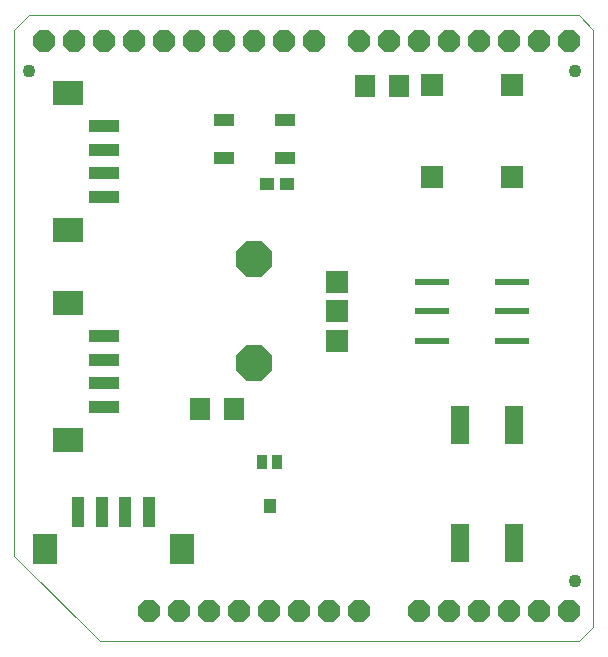
<source format=gts>
G75*
%MOIN*%
%OFA0B0*%
%FSLAX25Y25*%
%IPPOS*%
%LPD*%
%AMOC8*
5,1,8,0,0,1.08239X$1,22.5*
%
%ADD10C,0.00004*%
%ADD11R,0.06699X0.07498*%
%ADD12R,0.05912X0.12605*%
%ADD13R,0.11227X0.02369*%
%ADD14R,0.07800X0.07800*%
%ADD15OC8,0.12211*%
%ADD16R,0.04337X0.10243*%
%ADD17R,0.08274X0.10243*%
%ADD18R,0.10243X0.04337*%
%ADD19R,0.10243X0.08274*%
%ADD20C,0.04337*%
%ADD21R,0.03550X0.04731*%
%ADD22R,0.04337X0.04731*%
%ADD23OC8,0.07400*%
%ADD24R,0.06900X0.04337*%
%ADD25R,0.04731X0.04337*%
%ADD26R,0.07487X0.07487*%
D10*
X0008874Y0037220D02*
X0037220Y0008874D01*
X0197063Y0008874D01*
X0201787Y0013598D01*
X0201787Y0212811D01*
X0197063Y0217535D01*
X0013598Y0217535D01*
X0008874Y0212811D01*
X0008874Y0037220D01*
D11*
X0070776Y0086374D03*
X0081972Y0086374D03*
X0125776Y0193874D03*
X0136972Y0193874D03*
D12*
X0157516Y0081059D03*
X0175232Y0081059D03*
X0175232Y0041689D03*
X0157516Y0041689D03*
D13*
X0148087Y0109031D03*
X0148087Y0118874D03*
X0148087Y0128717D03*
X0174661Y0128717D03*
X0174661Y0118874D03*
X0174661Y0109031D03*
D14*
X0116433Y0109031D03*
X0116433Y0118874D03*
X0116433Y0128717D03*
D15*
X0088874Y0136197D03*
X0088874Y0101551D03*
D16*
X0053685Y0051874D03*
X0045811Y0051874D03*
X0037937Y0051874D03*
X0030063Y0051874D03*
D17*
X0019039Y0039579D03*
X0064709Y0039579D03*
D18*
X0038874Y0087063D03*
X0038874Y0094937D03*
X0038874Y0102811D03*
X0038874Y0110685D03*
X0038874Y0157063D03*
X0038874Y0164937D03*
X0038874Y0172811D03*
X0038874Y0180685D03*
D19*
X0026579Y0191709D03*
X0026579Y0146039D03*
X0026579Y0121709D03*
X0026579Y0076039D03*
D20*
X0013874Y0198874D03*
X0195874Y0198874D03*
X0195874Y0028874D03*
D21*
X0096433Y0068736D03*
X0091315Y0068736D03*
D22*
X0093913Y0054051D03*
D23*
X0093874Y0018874D03*
X0083874Y0018874D03*
X0073874Y0018874D03*
X0063874Y0018874D03*
X0053874Y0018874D03*
X0103874Y0018874D03*
X0113874Y0018874D03*
X0123874Y0018874D03*
X0143874Y0018874D03*
X0153874Y0018874D03*
X0163874Y0018874D03*
X0173874Y0018874D03*
X0183874Y0018874D03*
X0193874Y0018874D03*
X0193874Y0208874D03*
X0183874Y0208874D03*
X0173874Y0208874D03*
X0163874Y0208874D03*
X0153874Y0208874D03*
X0143874Y0208874D03*
X0133874Y0208874D03*
X0123874Y0208874D03*
X0108874Y0208874D03*
X0098874Y0208874D03*
X0088874Y0208874D03*
X0078874Y0208874D03*
X0068874Y0208874D03*
X0058874Y0208874D03*
X0048874Y0208874D03*
X0038874Y0208874D03*
X0028874Y0208874D03*
X0018874Y0208874D03*
D24*
X0078728Y0182673D03*
X0078728Y0170075D03*
X0099020Y0170075D03*
X0099020Y0182673D03*
D25*
X0099720Y0161374D03*
X0093028Y0161374D03*
D26*
X0147988Y0163520D03*
X0174760Y0163520D03*
X0174760Y0194228D03*
X0147988Y0194228D03*
M02*

</source>
